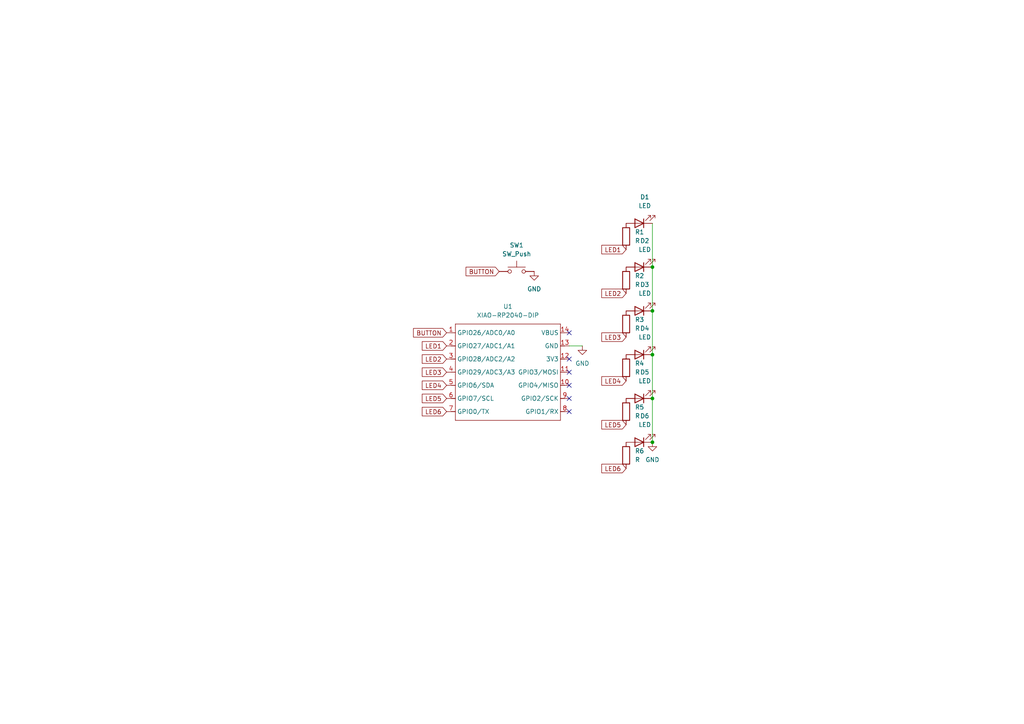
<source format=kicad_sch>
(kicad_sch (version 20250114) (generator "eeschema") (generator_version "9.0")
  (paper "A4")
  (lib_symbols
    (symbol "Device:LED" (pin_numbers (hide yes)) (pin_names (offset 1.016) (hide yes))
      (property "Reference" "D" (at 0 2.54 0))
      (property "Value" "LED" (at 0 -2.54 0))
      (symbol "LED_0_1"
        (polyline (pts (xy -3.048 -0.762) (xy -4.572 -2.286) (xy -3.81 -2.286) (xy -4.572 -2.286) (xy -4.572 -1.524)))
        (polyline (pts (xy -1.778 -0.762) (xy -3.302 -2.286) (xy -2.54 -2.286) (xy -3.302 -2.286) (xy -3.302 -1.524)))
        (polyline (pts (xy -1.27 0) (xy 1.27 0)))
        (polyline (pts (xy -1.27 -1.27) (xy -1.27 1.27)) (stroke (width 0.254)))
        (polyline (pts (xy 1.27 -1.27) (xy 1.27 1.27) (xy -1.27 0) (xy 1.27 -1.27)) (stroke (width 0.254)))
      )
      (symbol "LED_1_1"
        (pin passive line (at -3.81 0 0) (length 2.54) (name "K") (number "1"))
        (pin passive line (at 3.81 0 180) (length 2.54) (name "A") (number "2"))
      )
    )
    (symbol "Device:R" (pin_numbers (hide yes)) (pin_names (offset 0))
      (property "Reference" "R" (at 2.032 0 90))
      (property "Value" "R" (at 0 0 90))
      (symbol "R_0_1"
        (rectangle (start -1.016 -2.54) (end 1.016 2.54) (stroke (width 0.254)))
      )
      (symbol "R_1_1"
        (pin passive line (at 0 3.81 270) (length 1.27) (name "~") (number "1"))
        (pin passive line (at 0 -3.81 90) (length 1.27) (name "~") (number "2"))
      )
    )
    (symbol "Seeed_Studio_XIAO_Series:XIAO-RP2040-DIP"
      (property "Reference" "U" (at 0 0 0))
      (property "Value" "XIAO-RP2040-DIP" (at 5.334 -1.778 0))
      (symbol "XIAO-RP2040-DIP_1_0"
        (polyline (pts (xy -1.27 -2.54) (xy 29.21 -2.54)) (stroke (width 0.1524)))
        (polyline (pts (xy -1.27 -5.08) (xy -2.54 -5.08)) (stroke (width 0.1524)))
        (polyline (pts (xy -1.27 -5.08) (xy -1.27 -2.54)) (stroke (width 0.1524)))
        (polyline (pts (xy -1.27 -8.89) (xy -2.54 -8.89)) (stroke (width 0.1524)))
        (polyline (pts (xy -1.27 -8.89) (xy -1.27 -5.08)) (stroke (width 0.1524)))
        (polyline (pts (xy -1.27 -12.7) (xy -2.54 -12.7)) (stroke (width 0.1524)))
        (polyline (pts (xy -1.27 -12.7) (xy -1.27 -8.89)) (stroke (width 0.1524)))
        (polyline (pts (xy -1.27 -16.51) (xy -2.54 -16.51)) (stroke (width 0.1524)))
        (polyline (pts (xy -1.27 -16.51) (xy -1.27 -12.7)) (stroke (width 0.1524)))
        (polyline (pts (xy -1.27 -20.32) (xy -2.54 -20.32)) (stroke (width 0.1524)))
        (polyline (pts (xy -1.27 -24.13) (xy -2.54 -24.13)) (stroke (width 0.1524)))
        (polyline (pts (xy -1.27 -27.94) (xy -2.54 -27.94)) (stroke (width 0.1524)))
        (polyline (pts (xy -1.27 -30.48) (xy -1.27 -16.51)) (stroke (width 0.1524)))
        (polyline (pts (xy 29.21 -2.54) (xy 29.21 -5.08)) (stroke (width 0.1524)))
        (polyline (pts (xy 29.21 -5.08) (xy 29.21 -8.89)) (stroke (width 0.1524)))
        (polyline (pts (xy 29.21 -8.89) (xy 29.21 -12.7)) (stroke (width 0.1524)))
        (polyline (pts (xy 29.21 -12.7) (xy 29.21 -30.48)) (stroke (width 0.1524)))
        (polyline (pts (xy 29.21 -30.48) (xy -1.27 -30.48)) (stroke (width 0.1524)))
        (polyline (pts (xy 30.48 -5.08) (xy 29.21 -5.08)) (stroke (width 0.1524)))
        (polyline (pts (xy 30.48 -8.89) (xy 29.21 -8.89)) (stroke (width 0.1524)))
        (polyline (pts (xy 30.48 -12.7) (xy 29.21 -12.7)) (stroke (width 0.1524)))
        (polyline (pts (xy 30.48 -16.51) (xy 29.21 -16.51)) (stroke (width 0.1524)))
        (polyline (pts (xy 30.48 -20.32) (xy 29.21 -20.32)) (stroke (width 0.1524)))
        (polyline (pts (xy 30.48 -24.13) (xy 29.21 -24.13)) (stroke (width 0.1524)))
        (polyline (pts (xy 30.48 -27.94) (xy 29.21 -27.94)) (stroke (width 0.1524)))
        (pin passive line (at -3.81 -5.08 0) (length 2.54) (name "GPIO26/ADC0/A0") (number "1"))
        (pin passive line (at -3.81 -8.89 0) (length 2.54) (name "GPIO27/ADC1/A1") (number "2"))
        (pin passive line (at -3.81 -12.7 0) (length 2.54) (name "GPIO28/ADC2/A2") (number "3"))
        (pin passive line (at -3.81 -16.51 0) (length 2.54) (name "GPIO29/ADC3/A3") (number "4"))
        (pin passive line (at -3.81 -20.32 0) (length 2.54) (name "GPIO6/SDA") (number "5"))
        (pin passive line (at -3.81 -24.13 0) (length 2.54) (name "GPIO7/SCL") (number "6"))
        (pin passive line (at -3.81 -27.94 0) (length 2.54) (name "GPIO0/TX") (number "7"))
        (pin passive line (at 31.75 -5.08 180) (length 2.54) (name "VBUS") (number "14"))
        (pin passive line (at 31.75 -8.89 180) (length 2.54) (name "GND") (number "13"))
        (pin passive line (at 31.75 -12.7 180) (length 2.54) (name "3V3") (number "12"))
        (pin passive line (at 31.75 -16.51 180) (length 2.54) (name "GPIO3/MOSI") (number "11"))
        (pin passive line (at 31.75 -20.32 180) (length 2.54) (name "GPIO4/MISO") (number "10"))
        (pin passive line (at 31.75 -24.13 180) (length 2.54) (name "GPIO2/SCK") (number "9"))
        (pin passive line (at 31.75 -27.94 180) (length 2.54) (name "GPIO1/RX") (number "8"))
      )
    )
    (symbol "Switch:SW_Push" (pin_numbers (hide yes)) (pin_names (offset 1.016) (hide yes))
      (property "Reference" "SW" (at 1.27 2.54 0))
      (property "Value" "SW_Push" (at 0 -1.524 0))
      (symbol "SW_Push_0_1"
        (circle (center -2.032 0) (radius 0.508))
        (polyline (pts (xy 0 1.27) (xy 0 3.048)))
        (circle (center 2.032 0) (radius 0.508))
        (polyline (pts (xy 2.54 1.27) (xy -2.54 1.27)))
        (pin passive line (at -5.08 0 0) (length 2.54) (name "1") (number "1"))
        (pin passive line (at 5.08 0 180) (length 2.54) (name "2") (number "2"))
      )
    )
    (symbol "power:GND" (power) (pin_numbers (hide yes)) (pin_names (offset 0) (hide yes))
      (property "Value" "GND" (at 0 -3.81 0))
      (symbol "GND_0_1"
        (polyline (pts (xy 0 0) (xy 0 -1.27) (xy 1.27 -1.27) (xy 0 -2.54) (xy -1.27 -1.27) (xy 0 -1.27)))
      )
      (symbol "GND_1_1"
        (pin power_in line (at 0 0 270) (length 0) (name "~") (number "1"))
      )
    )
  )
  (junction (at 189.23 115.57))
  (junction (at 189.23 90.17))
  (junction (at 189.23 77.47))
  (junction (at 189.23 128.27))
  (junction (at 189.23 102.87))
  (no_connect (at 165.1 104.14))
  (no_connect (at 165.1 107.95))
  (no_connect (at 165.1 96.52))
  (no_connect (at 165.1 115.57))
  (no_connect (at 165.1 111.76))
  (no_connect (at 165.1 119.38))
  (wire (pts (xy 189.23 77.47) (xy 189.23 90.17)))
  (wire (pts (xy 165.1 100.33) (xy 168.91 100.33)))
  (wire (pts (xy 189.23 115.57) (xy 189.23 128.27)))
  (wire (pts (xy 189.23 64.77) (xy 189.23 77.47)))
  (wire (pts (xy 189.23 90.17) (xy 189.23 102.87)))
  (wire (pts (xy 189.23 102.87) (xy 189.23 115.57)))
  (global_label "LED3" (shape input) (at 181.61 97.79 180) (property "Intersheetrefs" "${INTERSHEET_REFS}" (effects (hide yes))))
  (global_label "LED4" (shape input) (at 129.54 111.76 180) (property "Intersheetrefs" "${INTERSHEET_REFS}" (effects (hide yes))))
  (global_label "LED1" (shape input) (at 181.61 72.39 180) (property "Intersheetrefs" "${INTERSHEET_REFS}" (effects (hide yes))))
  (global_label "LED1" (shape input) (at 129.54 100.33 180) (property "Intersheetrefs" "${INTERSHEET_REFS}" (effects (hide yes))))
  (global_label "LED2" (shape input) (at 181.61 85.09 180) (property "Intersheetrefs" "${INTERSHEET_REFS}" (effects (hide yes))))
  (global_label "LED2" (shape input) (at 129.54 104.14 180) (property "Intersheetrefs" "${INTERSHEET_REFS}" (effects (hide yes))))
  (global_label "LED3" (shape input) (at 129.54 107.95 180) (property "Intersheetrefs" "${INTERSHEET_REFS}" (effects (hide yes))))
  (global_label "BUTTON" (shape input) (at 129.54 96.52 180) (property "Intersheetrefs" "${INTERSHEET_REFS}" (effects (hide yes))))
  (global_label "LED6" (shape input) (at 129.54 119.38 180) (property "Intersheetrefs" "${INTERSHEET_REFS}" (effects (hide yes))))
  (global_label "LED6" (shape input) (at 181.61 135.89 180) (property "Intersheetrefs" "${INTERSHEET_REFS}" (effects (hide yes))))
  (global_label "LED5" (shape input) (at 181.61 123.19 180) (property "Intersheetrefs" "${INTERSHEET_REFS}" (effects (hide yes))))
  (global_label "BUTTON" (shape input) (at 144.78 78.74 180) (property "Intersheetrefs" "${INTERSHEET_REFS}" (effects (hide yes))))
  (global_label "LED4" (shape input) (at 181.61 110.49 180) (property "Intersheetrefs" "${INTERSHEET_REFS}" (effects (hide yes))))
  (global_label "LED5" (shape input) (at 129.54 115.57 180) (property "Intersheetrefs" "${INTERSHEET_REFS}" (effects (hide yes))))
  (symbol (lib_id "Device:LED") (at 185.42 90.17 180) (unit 1)
    (property "Reference" "D3" (at 187.0075 82.55 0))
    (property "Value" "LED" (at 187.0075 85.09 0))
    (property "Footprint" "EE Parts:LEDRD254W57D500H1070" (effects (hide yes)))
    (property "Description" "Light emitting diode" (effects (hide yes)))
    (property "Sim.Pins" "1=K 2=A" (effects (hide yes)))
  )
  (symbol (lib_id "Device:R") (at 181.61 106.68 0) (unit 1)
    (property "Reference" "R4" (at 184.15 105.4099 0) (effects (justify left)))
    (property "Value" "R" (at 184.15 107.9499 0) (effects (justify left)))
    (property "Footprint" "Resistor_THT:R_Axial_DIN0204_L3.6mm_D1.6mm_P5.08mm_Horizontal" (effects (hide yes)))
    (property "Description" "Resistor" (effects (hide yes)))
  )
  (symbol (lib_id "power:GND") (at 168.91 100.33 0) (unit 1)
    (property "Reference" "#PWR03" (effects (hide yes)))
    (property "Value" "GND" (at 168.91 105.41 0))
    (property "Description" "Power symbol creates a global label with name \"GND\" , ground" (effects (hide yes)))
  )
  (symbol (lib_id "Device:R") (at 181.61 132.08 0) (unit 1)
    (property "Reference" "R6" (at 184.15 130.8099 0) (effects (justify left)))
    (property "Value" "R" (at 184.15 133.3499 0) (effects (justify left)))
    (property "Footprint" "Resistor_THT:R_Axial_DIN0204_L3.6mm_D1.6mm_P5.08mm_Horizontal" (effects (hide yes)))
    (property "Description" "Resistor" (effects (hide yes)))
  )
  (symbol (lib_id "Device:LED") (at 185.42 115.57 180) (unit 1)
    (property "Reference" "D5" (at 187.0075 107.95 0))
    (property "Value" "LED" (at 187.0075 110.49 0))
    (property "Footprint" "EE Parts:LEDRD254W57D500H1070" (effects (hide yes)))
    (property "Description" "Light emitting diode" (effects (hide yes)))
    (property "Sim.Pins" "1=K 2=A" (effects (hide yes)))
  )
  (symbol (lib_id "Device:R") (at 181.61 119.38 0) (unit 1)
    (property "Reference" "R5" (at 184.15 118.1099 0) (effects (justify left)))
    (property "Value" "R" (at 184.15 120.6499 0) (effects (justify left)))
    (property "Footprint" "Resistor_THT:R_Axial_DIN0204_L3.6mm_D1.6mm_P5.08mm_Horizontal" (effects (hide yes)))
    (property "Description" "Resistor" (effects (hide yes)))
  )
  (symbol (lib_id "Device:LED") (at 185.42 64.77 180) (unit 1)
    (property "Reference" "D1" (at 187.0075 57.15 0))
    (property "Value" "LED" (at 187.0075 59.69 0))
    (property "Footprint" "EE Parts:LEDRD254W57D500H1070" (effects (hide yes)))
    (property "Description" "Light emitting diode" (effects (hide yes)))
    (property "Sim.Pins" "1=K 2=A" (effects (hide yes)))
  )
  (symbol (lib_id "Device:LED") (at 185.42 128.27 180) (unit 1)
    (property "Reference" "D6" (at 187.0075 120.65 0))
    (property "Value" "LED" (at 187.0075 123.19 0))
    (property "Footprint" "EE Parts:LEDRD254W57D500H1070" (effects (hide yes)))
    (property "Description" "Light emitting diode" (effects (hide yes)))
    (property "Sim.Pins" "1=K 2=A" (effects (hide yes)))
  )
  (symbol (lib_id "Seeed_Studio_XIAO_Series:XIAO-RP2040-DIP") (at 133.35 91.44 0) (unit 1)
    (property "Reference" "U1" (at 147.32 88.9 0))
    (property "Value" "XIAO-RP2040-DIP" (at 147.32 91.44 0))
    (property "Footprint" "EE Parts:XIAO-RP2040-DIP" (effects (hide yes)))
  )
  (symbol (lib_id "Device:R") (at 181.61 81.28 0) (unit 1)
    (property "Reference" "R2" (at 184.15 80.0099 0) (effects (justify left)))
    (property "Value" "R" (at 184.15 82.5499 0) (effects (justify left)))
    (property "Footprint" "Resistor_THT:R_Axial_DIN0204_L3.6mm_D1.6mm_P5.08mm_Horizontal" (effects (hide yes)))
    (property "Description" "Resistor" (effects (hide yes)))
  )
  (symbol (lib_id "Switch:SW_Push") (at 149.86 78.74 0) (unit 1)
    (property "Reference" "SW1" (at 149.86 71.12 0))
    (property "Value" "SW_Push" (at 149.86 73.66 0))
    (property "Footprint" "Button_Switch_Keyboard:SW_Cherry_MX_1.00u_PCB" (effects (hide yes)))
    (property "Description" "Push button switch, generic, two pins" (effects (hide yes)))
  )
  (symbol (lib_id "Device:LED") (at 185.42 102.87 180) (unit 1)
    (property "Reference" "D4" (at 187.0075 95.25 0))
    (property "Value" "LED" (at 187.0075 97.79 0))
    (property "Footprint" "EE Parts:LEDRD254W57D500H1070" (effects (hide yes)))
    (property "Description" "Light emitting diode" (effects (hide yes)))
    (property "Sim.Pins" "1=K 2=A" (effects (hide yes)))
  )
  (symbol (lib_id "power:GND") (at 189.23 128.27 0) (unit 1)
    (property "Reference" "#PWR01" (effects (hide yes)))
    (property "Value" "GND" (at 189.23 133.35 0))
    (property "Description" "Power symbol creates a global label with name \"GND\" , ground" (effects (hide yes)))
  )
  (symbol (lib_id "power:GND") (at 154.94 78.74 0) (unit 1)
    (property "Reference" "#PWR02" (effects (hide yes)))
    (property "Value" "GND" (at 154.94 83.82 0))
    (property "Description" "Power symbol creates a global label with name \"GND\" , ground" (effects (hide yes)))
  )
  (symbol (lib_id "Device:LED") (at 185.42 77.47 180) (unit 1)
    (property "Reference" "D2" (at 187.0075 69.85 0))
    (property "Value" "LED" (at 187.0075 72.39 0))
    (property "Footprint" "EE Parts:LEDRD254W57D500H1070" (effects (hide yes)))
    (property "Description" "Light emitting diode" (effects (hide yes)))
    (property "Sim.Pins" "1=K 2=A" (effects (hide yes)))
  )
  (symbol (lib_id "Device:R") (at 181.61 68.58 0) (unit 1)
    (property "Reference" "R1" (at 184.15 67.3099 0) (effects (justify left)))
    (property "Value" "R" (at 184.15 69.8499 0) (effects (justify left)))
    (property "Footprint" "Resistor_THT:R_Axial_DIN0204_L3.6mm_D1.6mm_P5.08mm_Horizontal" (effects (hide yes)))
    (property "Description" "Resistor" (effects (hide yes)))
  )
  (symbol (lib_id "Device:R") (at 181.61 93.98 0) (unit 1)
    (property "Reference" "R3" (at 184.15 92.7099 0) (effects (justify left)))
    (property "Value" "R" (at 184.15 95.2499 0) (effects (justify left)))
    (property "Footprint" "Resistor_THT:R_Axial_DIN0204_L3.6mm_D1.6mm_P5.08mm_Horizontal" (effects (hide yes)))
    (property "Description" "Resistor" (effects (hide yes)))
  )
)
</source>
